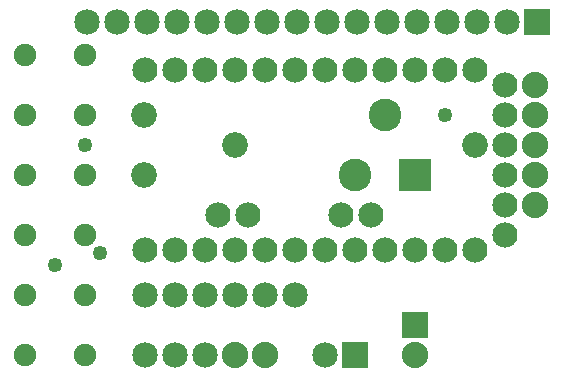
<source format=gbs>
G04 MADE WITH FRITZING*
G04 WWW.FRITZING.ORG*
G04 DOUBLE SIDED*
G04 HOLES PLATED*
G04 CONTOUR ON CENTER OF CONTOUR VECTOR*
%ASAXBY*%
%FSLAX23Y23*%
%MOIN*%
%OFA0B0*%
%SFA1.0B1.0*%
%ADD10C,0.085000*%
%ADD11C,0.075418*%
%ADD12C,0.049370*%
%ADD13C,0.088000*%
%ADD14C,0.085433*%
%ADD15C,0.109000*%
%ADD16C,0.084000*%
%ADD17R,0.085000X0.085000*%
%ADD18R,0.088000X0.088000*%
%ADD19R,0.109000X0.109000*%
%LNMASK0*%
G90*
G70*
G54D10*
X1782Y1262D03*
X1682Y1262D03*
X1582Y1262D03*
X1482Y1262D03*
X1382Y1262D03*
X1282Y1262D03*
X1182Y1262D03*
X1082Y1262D03*
X982Y1262D03*
X882Y1262D03*
X782Y1262D03*
X682Y1262D03*
X582Y1262D03*
X482Y1262D03*
X382Y1262D03*
X282Y1262D03*
X1782Y1262D03*
X1682Y1262D03*
X1582Y1262D03*
X1482Y1262D03*
X1382Y1262D03*
X1282Y1262D03*
X1182Y1262D03*
X1082Y1262D03*
X982Y1262D03*
X882Y1262D03*
X782Y1262D03*
X682Y1262D03*
X582Y1262D03*
X482Y1262D03*
X382Y1262D03*
X282Y1262D03*
X476Y152D03*
X576Y152D03*
X676Y152D03*
X476Y352D03*
X576Y352D03*
X676Y352D03*
X776Y352D03*
X876Y352D03*
X976Y352D03*
X1176Y152D03*
X1076Y152D03*
G54D11*
X276Y152D03*
X76Y152D03*
X276Y352D03*
X76Y352D03*
X276Y952D03*
X76Y952D03*
X276Y1152D03*
X76Y1152D03*
X276Y552D03*
X76Y552D03*
X276Y752D03*
X76Y752D03*
G54D12*
X326Y491D03*
X176Y451D03*
G54D13*
X1376Y252D03*
X1376Y152D03*
X1376Y252D03*
X1376Y152D03*
G54D14*
X776Y852D03*
X475Y752D03*
X475Y952D03*
G54D12*
X276Y852D03*
G54D13*
X1776Y1052D03*
X1776Y952D03*
X1776Y852D03*
X1776Y752D03*
X1776Y652D03*
X1776Y1052D03*
X1776Y952D03*
X1776Y852D03*
X1776Y752D03*
X1776Y652D03*
G54D15*
X1176Y752D03*
X1376Y752D03*
X1276Y952D03*
X1176Y752D03*
X1376Y752D03*
X1276Y952D03*
G54D16*
X1676Y552D03*
X1676Y652D03*
X1676Y752D03*
X1676Y852D03*
X1676Y952D03*
X1676Y1052D03*
X1131Y617D03*
X1231Y617D03*
X721Y617D03*
X821Y617D03*
X1576Y502D03*
X1476Y502D03*
X1376Y502D03*
X1276Y502D03*
X1176Y502D03*
X1076Y502D03*
X976Y502D03*
X876Y502D03*
X776Y502D03*
X676Y502D03*
X576Y502D03*
X476Y502D03*
X476Y1102D03*
X576Y1102D03*
X676Y1102D03*
X776Y1102D03*
X876Y1102D03*
X976Y1102D03*
X1076Y1102D03*
X1176Y1102D03*
X1276Y1102D03*
X1376Y1102D03*
X1476Y1102D03*
X1576Y1102D03*
G54D14*
X1577Y851D03*
G54D12*
X1476Y951D03*
G54D13*
X876Y152D03*
X776Y152D03*
G54D17*
X1782Y1262D03*
X1782Y1262D03*
X1176Y152D03*
G54D18*
X1376Y252D03*
X1376Y252D03*
G54D19*
X1376Y752D03*
X1376Y752D03*
G04 End of Mask0*
M02*
</source>
